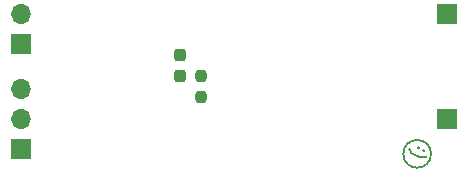
<source format=gbs>
G04 #@! TF.GenerationSoftware,KiCad,Pcbnew,6.0.9-8da3e8f707~116~ubuntu22.04.1*
G04 #@! TF.CreationDate,2022-11-27T05:06:29+05:30*
G04 #@! TF.ProjectId,meshy-tron,6d657368-792d-4747-926f-6e2e6b696361,rev?*
G04 #@! TF.SameCoordinates,Original*
G04 #@! TF.FileFunction,Soldermask,Bot*
G04 #@! TF.FilePolarity,Negative*
%FSLAX46Y46*%
G04 Gerber Fmt 4.6, Leading zero omitted, Abs format (unit mm)*
G04 Created by KiCad (PCBNEW 6.0.9-8da3e8f707~116~ubuntu22.04.1) date 2022-11-27 05:06:29*
%MOMM*%
%LPD*%
G01*
G04 APERTURE LIST*
G04 Aperture macros list*
%AMRoundRect*
0 Rectangle with rounded corners*
0 $1 Rounding radius*
0 $2 $3 $4 $5 $6 $7 $8 $9 X,Y pos of 4 corners*
0 Add a 4 corners polygon primitive as box body*
4,1,4,$2,$3,$4,$5,$6,$7,$8,$9,$2,$3,0*
0 Add four circle primitives for the rounded corners*
1,1,$1+$1,$2,$3*
1,1,$1+$1,$4,$5*
1,1,$1+$1,$6,$7*
1,1,$1+$1,$8,$9*
0 Add four rect primitives between the rounded corners*
20,1,$1+$1,$2,$3,$4,$5,0*
20,1,$1+$1,$4,$5,$6,$7,0*
20,1,$1+$1,$6,$7,$8,$9,0*
20,1,$1+$1,$8,$9,$2,$3,0*%
G04 Aperture macros list end*
%ADD10C,0.200000*%
%ADD11R,1.700000X1.700000*%
%ADD12O,1.700000X1.700000*%
%ADD13RoundRect,0.237500X0.237500X-0.250000X0.237500X0.250000X-0.237500X0.250000X-0.237500X-0.250000X0*%
%ADD14RoundRect,0.237500X-0.237500X0.300000X-0.237500X-0.300000X0.237500X-0.300000X0.237500X0.300000X0*%
G04 APERTURE END LIST*
D10*
X143664882Y-46101000D02*
G75*
G03*
X143664882Y-46101000I-1170882J0D01*
G01*
X143019622Y-45789308D02*
X143040355Y-45850160D01*
X143109468Y-45827214D01*
X143088736Y-45766362D01*
X143019622Y-45789308D01*
X143109468Y-45827214D01*
X142525470Y-45580824D02*
X142546202Y-45641676D01*
X142615316Y-45618730D01*
X142594583Y-45557878D01*
X142525470Y-45580824D01*
X142615316Y-45618730D01*
X143275328Y-46314032D02*
X143206215Y-46336978D01*
X143023065Y-46363917D01*
X142909028Y-46367910D01*
X142750069Y-46352950D01*
X142501264Y-46300084D01*
X142321572Y-46224271D01*
X142121148Y-46087607D01*
X142010570Y-45988848D01*
X141944914Y-45909043D01*
X141858526Y-45768386D01*
X141837794Y-45707533D01*
D11*
X145034000Y-43180000D03*
X145034000Y-34290000D03*
X108966000Y-45720000D03*
D12*
X108966000Y-43180000D03*
X108966000Y-40640000D03*
X108966000Y-34295000D03*
D11*
X108966000Y-36835000D03*
D13*
X124206000Y-39473500D03*
X124206000Y-41298500D03*
D14*
X122428000Y-39470500D03*
X122428000Y-37745500D03*
M02*

</source>
